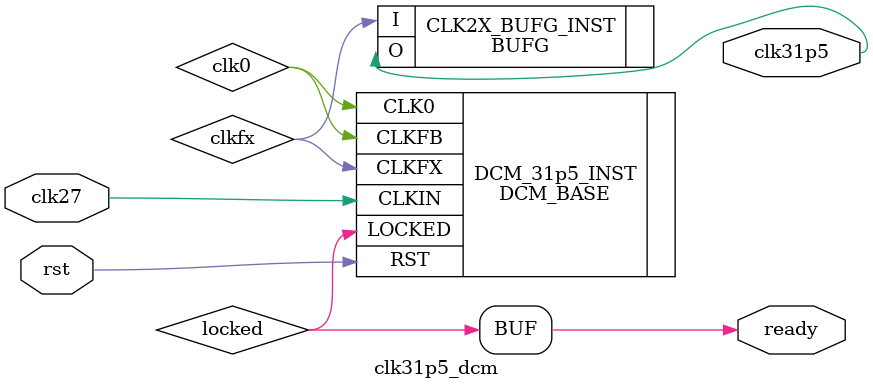
<source format=v>
`timescale 1ns / 1ps
`default_nettype none
module clk31p5_dcm(//outputs
						clk31p5, ready,
						//inputs
						clk27, rst );
	
	//outputs
	output clk31p5; //31.5MHz
	output ready;
	
	//inputs
	input clk27; //27MHz clock
	input rst; // Asynchronous active High reset
	 
	wire locked, clk0, clkfx;
	
	assign ready = locked;

	BUFG CLK2X_BUFG_INST (.I(clkfx),
								 .O(clk31p5));
								 
	DCM_BASE DCM_31p5_INST (.CLKIN(clk27),
								 .CLKFB(clk0),
								 .CLK0(clk0),
								 .RST(rst),
								 .CLKFX(clkfx),
								 .LOCKED(locked));
								 
	defparam DCM_31p5_INST.CLKFX_MULTIPLY = 7;
	defparam DCM_31p5_INST.CLKFX_DIVIDE = 6;
	defparam DCM_31p5_INST.CLK_FEEDBACK = "1X";
	defparam DCM_31p5_INST.CLKIN_PERIOD = 37.037; //clk27's period in ns
	defparam DCM_31p5_INST.CLKOUT_PHASE_SHIFT = "NONE";
	defparam DCM_31p5_INST.DESKEW_ADJUST = "SYSTEM_SYNCHRONOUS";
	defparam DCM_31p5_INST.DFS_FREQUENCY_MODE = "LOW";
	defparam DCM_31p5_INST.DLL_FREQUENCY_MODE = "LOW";
	defparam DCM_31p5_INST.DUTY_CYCLE_CORRECTION = "TRUE";
	defparam DCM_31p5_INST.FACTORY_JF = 16'hF0F0;
	defparam DCM_31p5_INST.PHASE_SHIFT = 0;
	defparam DCM_31p5_INST.STARTUP_WAIT = "TRUE";

endmodule

</source>
